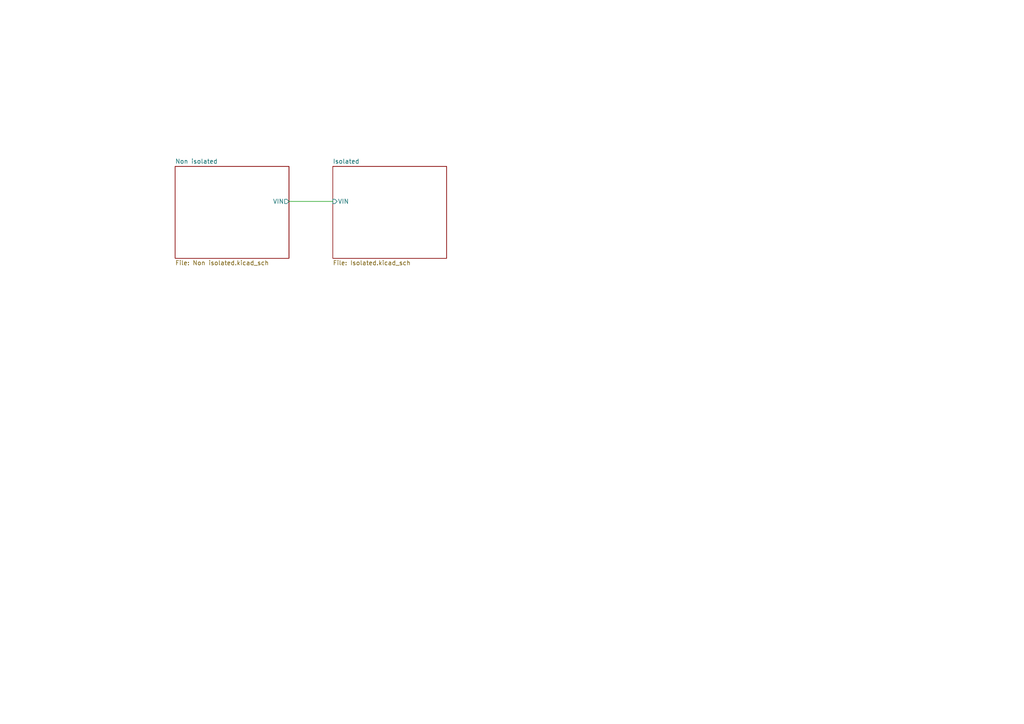
<source format=kicad_sch>
(kicad_sch
	(version 20231120)
	(generator "eeschema")
	(generator_version "8.0")
	(uuid "90387532-b487-487a-b99c-671e9dfd7a26")
	(paper "A4")
	(lib_symbols)
	(wire
		(pts
			(xy 83.82 58.42) (xy 96.52 58.42)
		)
		(stroke
			(width 0)
			(type default)
		)
		(uuid "e886ee6e-31f7-4283-9232-1408b719bcdf")
	)
	(sheet
		(at 96.52 48.26)
		(size 33.02 26.67)
		(fields_autoplaced yes)
		(stroke
			(width 0.1524)
			(type solid)
		)
		(fill
			(color 0 0 0 0.0000)
		)
		(uuid "55bda9ff-afa5-4092-9a01-73b8d4601ffb")
		(property "Sheetname" "Isolated"
			(at 96.52 47.5484 0)
			(effects
				(font
					(size 1.27 1.27)
				)
				(justify left bottom)
			)
		)
		(property "Sheetfile" "Isolated.kicad_sch"
			(at 96.52 75.5146 0)
			(effects
				(font
					(size 1.27 1.27)
				)
				(justify left top)
			)
		)
		(pin "VIN" input
			(at 96.52 58.42 180)
			(effects
				(font
					(size 1.27 1.27)
				)
				(justify left)
			)
			(uuid "e79834f3-91a5-47a8-b7b0-91f77a5b8d44")
		)
		(instances
			(project "G11_EMB_PCB1"
				(path "/90387532-b487-487a-b99c-671e9dfd7a26"
					(page "2")
				)
			)
		)
	)
	(sheet
		(at 50.8 48.26)
		(size 33.02 26.67)
		(fields_autoplaced yes)
		(stroke
			(width 0.1524)
			(type solid)
		)
		(fill
			(color 0 0 0 0.0000)
		)
		(uuid "918a916b-ca42-486c-8c58-5ad97f818b78")
		(property "Sheetname" "Non isolated"
			(at 50.8 47.5484 0)
			(effects
				(font
					(size 1.27 1.27)
				)
				(justify left bottom)
			)
		)
		(property "Sheetfile" "Non isolated.kicad_sch"
			(at 50.8 75.5146 0)
			(effects
				(font
					(size 1.27 1.27)
				)
				(justify left top)
			)
		)
		(pin "VIN" output
			(at 83.82 58.42 0)
			(effects
				(font
					(size 1.27 1.27)
				)
				(justify right)
			)
			(uuid "37a627d0-e960-4ebc-941b-17df9cc8f74c")
		)
		(instances
			(project "G11_EMB_PCB1"
				(path "/90387532-b487-487a-b99c-671e9dfd7a26"
					(page "1")
				)
			)
		)
	)
	(sheet_instances
		(path "/"
			(page "0")
		)
	)
)

</source>
